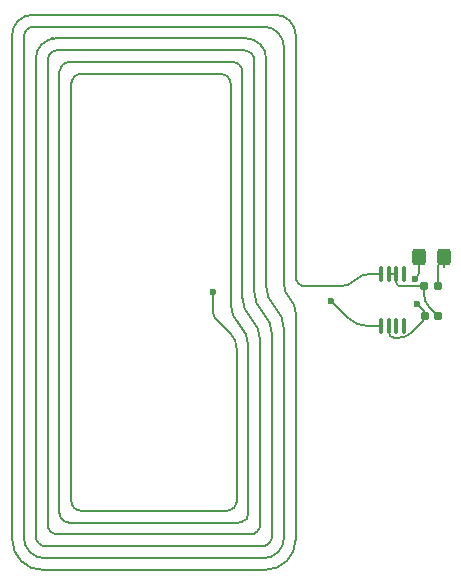
<source format=gbr>
%TF.GenerationSoftware,KiCad,Pcbnew,9.0.7*%
%TF.CreationDate,2026-02-17T11:17:13-06:00*%
%TF.ProjectId,nfc-card,6e66632d-6361-4726-942e-6b696361645f,rev?*%
%TF.SameCoordinates,Original*%
%TF.FileFunction,Copper,L1,Top*%
%TF.FilePolarity,Positive*%
%FSLAX46Y46*%
G04 Gerber Fmt 4.6, Leading zero omitted, Abs format (unit mm)*
G04 Created by KiCad (PCBNEW 9.0.7) date 2026-02-17 11:17:13*
%MOMM*%
%LPD*%
G01*
G04 APERTURE LIST*
G04 Aperture macros list*
%AMRoundRect*
0 Rectangle with rounded corners*
0 $1 Rounding radius*
0 $2 $3 $4 $5 $6 $7 $8 $9 X,Y pos of 4 corners*
0 Add a 4 corners polygon primitive as box body*
4,1,4,$2,$3,$4,$5,$6,$7,$8,$9,$2,$3,0*
0 Add four circle primitives for the rounded corners*
1,1,$1+$1,$2,$3*
1,1,$1+$1,$4,$5*
1,1,$1+$1,$6,$7*
1,1,$1+$1,$8,$9*
0 Add four rect primitives between the rounded corners*
20,1,$1+$1,$2,$3,$4,$5,0*
20,1,$1+$1,$4,$5,$6,$7,0*
20,1,$1+$1,$6,$7,$8,$9,0*
20,1,$1+$1,$8,$9,$2,$3,0*%
G04 Aperture macros list end*
%TA.AperFunction,SMDPad,CuDef*%
%ADD10O,0.370000X1.350000*%
%TD*%
%TA.AperFunction,SMDPad,CuDef*%
%ADD11RoundRect,0.160000X0.197500X0.160000X-0.197500X0.160000X-0.197500X-0.160000X0.197500X-0.160000X0*%
%TD*%
%TA.AperFunction,SMDPad,CuDef*%
%ADD12RoundRect,0.250000X-0.325000X-0.450000X0.325000X-0.450000X0.325000X0.450000X-0.325000X0.450000X0*%
%TD*%
%TA.AperFunction,SMDPad,CuDef*%
%ADD13RoundRect,0.155000X-0.212500X-0.155000X0.212500X-0.155000X0.212500X0.155000X-0.212500X0.155000X0*%
%TD*%
%TA.AperFunction,ViaPad*%
%ADD14C,0.600000*%
%TD*%
%TA.AperFunction,Conductor*%
%ADD15C,0.200000*%
%TD*%
G04 APERTURE END LIST*
D10*
%TO.P,U1,1,LA*%
%TO.N,Net-(U1-LA)*%
X107712500Y-59870000D03*
%TO.P,U1,2,VSS*%
%TO.N,Net-(D1-K)*%
X108372500Y-59870000D03*
%TO.P,U1,3,SCL*%
%TO.N,unconnected-(U1-SCL-Pad3)*%
X109022500Y-59870000D03*
%TO.P,U1,4,FD*%
%TO.N,unconnected-(U1-FD-Pad4)*%
X109672500Y-59870000D03*
%TO.P,U1,8,LB*%
%TO.N,Net-(U1-LA)*%
X107712500Y-55430000D03*
%TO.P,U1,7,VOUT*%
%TO.N,Net-(U1-VCC)*%
X108372500Y-55430000D03*
%TO.P,U1,6,VCC*%
X109022500Y-55430000D03*
%TO.P,U1,5,SDA*%
%TO.N,unconnected-(U1-SDA-Pad5)*%
X109672500Y-55430000D03*
%TD*%
D11*
%TO.P,R1,1*%
%TO.N,Net-(D1-A)*%
X112550000Y-56500000D03*
%TO.P,R1,2*%
%TO.N,Net-(U1-VCC)*%
X111355000Y-56500000D03*
%TD*%
D12*
%TO.P,D1,1,K*%
%TO.N,Net-(D1-K)*%
X110975000Y-54000000D03*
%TO.P,D1,2,A*%
%TO.N,Net-(D1-A)*%
X113025000Y-54000000D03*
%TD*%
D13*
%TO.P,C1,1*%
%TO.N,Net-(D1-K)*%
X111432500Y-59000000D03*
%TO.P,C1,2*%
%TO.N,Net-(U1-VCC)*%
X112567500Y-59000000D03*
%TD*%
D14*
%TO.N,Net-(D1-K)*%
X110593753Y-55900000D03*
X110794668Y-58002042D03*
%TO.N,Net-(U1-LA)*%
X93500000Y-57000000D03*
X103500000Y-57750000D03*
%TD*%
D15*
%TO.N,Net-(U1-LA)*%
X96499989Y-75786606D02*
G75*
G02*
X96349103Y-76150885I-515189J6D01*
G01*
X97749999Y-58749999D02*
G75*
G02*
X98500016Y-60560660I-1810699J-1810701D01*
G01*
X98750000Y-58249999D02*
G75*
G02*
X99500017Y-60060660I-1810700J-1810701D01*
G01*
X106826604Y-55429999D02*
G75*
G03*
X105534998Y-55964998I-4J-1826601D01*
G01*
X97792891Y-79499999D02*
G75*
G03*
X99000001Y-79000001I9J1707099D01*
G01*
X79676775Y-36823224D02*
G75*
G03*
X79499984Y-37250000I426725J-426776D01*
G01*
X97499987Y-76646445D02*
G75*
G02*
X97249977Y-77249977I-853587J45D01*
G01*
X79823228Y-77323214D02*
G75*
G03*
X80250003Y-77499976I426772J426814D01*
G01*
X82353548Y-38499979D02*
G75*
G03*
X81749973Y-38749966I-48J-853521D01*
G01*
X81353552Y-37500000D02*
G75*
G03*
X80750014Y-37750014I48J-853600D01*
G01*
X100000000Y-33999999D02*
G75*
G03*
X98792891Y-33500002I-1207100J-1207101D01*
G01*
X104880189Y-59130189D02*
G75*
G03*
X106666250Y-59870027I1786111J1786089D01*
G01*
X80695083Y-37804917D02*
G75*
G03*
X80499976Y-38275887I470917J-470983D01*
G01*
X78000000Y-78999999D02*
G75*
G03*
X79207106Y-79499996I1207100J1207099D01*
G01*
X78999999Y-35999999D02*
G75*
G03*
X78500001Y-37207106I1207101J-1207101D01*
G01*
X99000000Y-34999999D02*
G75*
G03*
X97792891Y-34500002I-1207100J-1207101D01*
G01*
X98249987Y-78249985D02*
G75*
G02*
X97646444Y-78500000I-603587J603585D01*
G01*
X99000000Y-34999999D02*
G75*
G02*
X99499998Y-36207106I-1207100J-1207101D01*
G01*
X77250003Y-79749991D02*
G75*
G03*
X79060663Y-80500008I1810697J1810691D01*
G01*
X99499999Y-77792891D02*
G75*
G02*
X99000001Y-79000001I-1707099J-9D01*
G01*
X95749989Y-37750004D02*
G75*
G02*
X96000009Y-38353557I-603589J-603596D01*
G01*
X76500000Y-77939342D02*
G75*
G03*
X77250029Y-79749965I2560600J42D01*
G01*
X80207108Y-35500000D02*
G75*
G03*
X78999998Y-35999998I-8J-1707100D01*
G01*
X100500000Y-55646449D02*
G75*
G03*
X100750031Y-56249962I853500J49D01*
G01*
X100750004Y-56249989D02*
G75*
G03*
X101353557Y-56500009I603596J603589D01*
G01*
X95000015Y-57939338D02*
G75*
G03*
X95750022Y-59749977I2560685J38D01*
G01*
X80750000Y-76249999D02*
G75*
G03*
X81353553Y-76500019I603600J603599D01*
G01*
X94749992Y-38749996D02*
G75*
G02*
X95000016Y-39353560I-603592J-603604D01*
G01*
X81749993Y-75249994D02*
G75*
G03*
X82353562Y-75500020I603607J603594D01*
G01*
X78353552Y-34500000D02*
G75*
G03*
X77750014Y-34750014I48J-853600D01*
G01*
X100000001Y-57499999D02*
G75*
G02*
X100499999Y-58707106I-1207101J-1207101D01*
G01*
X99500000Y-56292891D02*
G75*
G03*
X99999998Y-57500002I1707100J-9D01*
G01*
X100000000Y-33999999D02*
G75*
G02*
X100499998Y-35207106I-1207100J-1207101D01*
G01*
X97499999Y-36000000D02*
G75*
G03*
X96292892Y-35500004I-1207099J-1207100D01*
G01*
X95750000Y-59749999D02*
G75*
G02*
X96500017Y-61560660I-1810700J-1810701D01*
G01*
X77750000Y-34750000D02*
G75*
G03*
X77499981Y-35353552I603600J-603600D01*
G01*
X96749989Y-36750004D02*
G75*
G02*
X97000009Y-37353557I-603589J-603596D01*
G01*
X81749996Y-38749989D02*
G75*
G03*
X81499970Y-39353557I603604J-603611D01*
G01*
X80500000Y-75646445D02*
G75*
G03*
X80750034Y-76249965I853500J45D01*
G01*
X78749989Y-78250003D02*
G75*
G03*
X79353557Y-78500029I603611J603603D01*
G01*
X97499999Y-36000000D02*
G75*
G02*
X97999996Y-37207106I-1207099J-1207100D01*
G01*
X79500000Y-76646448D02*
G75*
G03*
X79749982Y-77250013I853500J-52D01*
G01*
X96999998Y-56939338D02*
G75*
G03*
X97750009Y-58749989I2560702J38D01*
G01*
X95249995Y-75249989D02*
G75*
G02*
X94646441Y-75500008I-603595J603589D01*
G01*
X96000008Y-57439335D02*
G75*
G03*
X96750019Y-59249985I2560692J35D01*
G01*
X95500000Y-74749999D02*
G75*
G02*
X95323213Y-75176765I-603500J-1D01*
G01*
X95749989Y-37750004D02*
G75*
G03*
X95146449Y-37499962I-603589J-603496D01*
G01*
X78207106Y-33500000D02*
G75*
G03*
X76999998Y-33999998I-6J-1707100D01*
G01*
X94999991Y-60500003D02*
G75*
G02*
X95499989Y-61707110I-1207091J-1207097D01*
G01*
X94676774Y-38676771D02*
G75*
G03*
X94249999Y-38499982I-426774J-426729D01*
G01*
X77000000Y-34000000D02*
G75*
G03*
X76500003Y-35207106I1207100J-1207100D01*
G01*
X97939341Y-80499999D02*
G75*
G03*
X99749964Y-79749969I-41J2560599D01*
G01*
X96739268Y-36739282D02*
G75*
G03*
X96161611Y-36499989I-577668J-577618D01*
G01*
X93500000Y-58646445D02*
G75*
G03*
X93750034Y-59249965I853500J45D01*
G01*
X98499992Y-77749996D02*
G75*
G02*
X98323226Y-78176782I-603592J-4D01*
G01*
X78499978Y-77646450D02*
G75*
G03*
X78749965Y-78250027I853522J-50D01*
G01*
X77500000Y-77792892D02*
G75*
G03*
X77999998Y-79000001I1707100J-8D01*
G01*
X79750000Y-35500000D02*
X79750000Y-35500000D01*
X80353554Y-36499999D02*
G75*
G03*
X79750034Y-36750034I46J-853501D01*
G01*
X81499978Y-74646453D02*
G75*
G03*
X81749962Y-75250025I853522J-47D01*
G01*
X98000016Y-56439338D02*
G75*
G03*
X98750022Y-58249977I2560684J38D01*
G01*
X95646449Y-76499999D02*
G75*
G03*
X96249962Y-76249968I-49J853499D01*
G01*
X105534999Y-55964999D02*
G75*
G02*
X104243394Y-56499997I-1291599J1291599D01*
G01*
X97249985Y-77249985D02*
G75*
G02*
X96646445Y-77499998I-603585J603585D01*
G01*
X96750008Y-59249996D02*
G75*
G02*
X97500025Y-61060656I-1810708J-1810704D01*
G01*
X100499984Y-77939334D02*
G75*
G02*
X99749975Y-79749980I-2560684J34D01*
G01*
X95499999Y-73750000D02*
X95500000Y-74250000D01*
X93750000Y-59249999D02*
X94250000Y-59750000D01*
X96146446Y-36500000D02*
X95500000Y-36500000D01*
X79500000Y-37250000D02*
X79500000Y-37750000D01*
X96499999Y-73500000D02*
X96500000Y-74500000D01*
X80500000Y-40250000D02*
X80500000Y-41750000D01*
X81249999Y-77499999D02*
X80749997Y-77500000D01*
X96000000Y-53022523D02*
X96000000Y-54067569D01*
X80500000Y-38353552D02*
X80500000Y-38749999D01*
X97499999Y-69500000D02*
X97500000Y-72500000D01*
X96500000Y-75353554D02*
X96500000Y-75500000D01*
X98500000Y-77250000D02*
X98499992Y-77749996D01*
X97500000Y-75609838D02*
X97499990Y-76536607D01*
X96500000Y-74786611D02*
X96500000Y-75213388D01*
X100500000Y-61656856D02*
X100499998Y-64606605D01*
X80500000Y-39224111D02*
X80500000Y-39775888D01*
X95999995Y-45470568D02*
X96000000Y-50156855D01*
X94250000Y-59750000D02*
X94749996Y-60250003D01*
X94838388Y-36500000D02*
X94161611Y-36500000D01*
X97500000Y-73536611D02*
X97500000Y-74463388D01*
X93250000Y-38499999D02*
X93750000Y-38500000D01*
X95500000Y-36500000D02*
X94853554Y-36500000D01*
X80250003Y-77499993D02*
X80749997Y-77500000D01*
X96500000Y-75500000D02*
X96499996Y-75646445D01*
X95500000Y-74250000D02*
X95500000Y-74749999D01*
X103292893Y-56500000D02*
X102323223Y-56500000D01*
X79500000Y-37750000D02*
X79500000Y-38250000D01*
X80500000Y-38749999D02*
X80500000Y-39146446D01*
X98499999Y-76750000D02*
X98500000Y-77250000D01*
X96000000Y-51977477D02*
X96000000Y-53022523D01*
X91500000Y-36499999D02*
X93500000Y-36500000D01*
X97500000Y-74463388D02*
X97500000Y-75390165D01*
X96000000Y-54961865D02*
X96000008Y-57320616D01*
X94249999Y-38499992D02*
X93750000Y-38500000D01*
X101419198Y-56499990D02*
X102257578Y-56500000D01*
X100500001Y-59090990D02*
X100500000Y-61272972D01*
%TO.N,Net-(D1-A)*%
X112787470Y-54237572D02*
G75*
G03*
X112550002Y-54810802I573130J-573228D01*
G01*
X113024963Y-54335946D02*
G75*
G03*
X112787446Y-54237548I-139163J-54D01*
G01*
%TO.N,Net-(U1-VCC)*%
X109120003Y-56402498D02*
G75*
G03*
X109355384Y-56500002I235397J235398D01*
G01*
X111354990Y-57143753D02*
G75*
G03*
X111810174Y-58242717I1554110J-47D01*
G01*
X109022505Y-56167112D02*
G75*
G03*
X109120008Y-56402493I332895J12D01*
G01*
%TO.N,Net-(D1-K)*%
X108509251Y-60709248D02*
G75*
G03*
X108839392Y-60846000I330149J330148D01*
G01*
X108372502Y-60379105D02*
G75*
G03*
X108509253Y-60709246I466898J5D01*
G01*
X110307906Y-60411907D02*
G75*
G02*
X109259903Y-60846005I-1048006J1048007D01*
G01*
X111432508Y-59071830D02*
G75*
G02*
X111280174Y-59439711I-520208J-70D01*
G01*
X110975009Y-55249171D02*
G75*
G02*
X110784393Y-55709389I-650809J-29D01*
G01*
X111355959Y-58563344D02*
G75*
G02*
X111432487Y-58748112I-184759J-184756D01*
G01*
X111432496Y-58748112D02*
X111432504Y-58964579D01*
%TO.N,Net-(U1-LA)*%
X96749989Y-36750004D02*
X96739268Y-36739282D01*
X80750000Y-37750000D02*
X80695083Y-37804917D01*
X96349098Y-76150880D02*
X96249989Y-76249995D01*
X106666250Y-59870000D02*
X107712500Y-59870000D01*
X104880189Y-59130189D02*
X103500000Y-57750000D01*
X97500000Y-75609838D02*
X97500000Y-75390165D01*
X94161611Y-36500000D02*
X93500000Y-36500000D01*
X100500000Y-61656856D02*
X100500000Y-61272972D01*
X96000000Y-50156855D02*
X96000000Y-51977477D01*
X97500000Y-72500000D02*
X97500000Y-73536611D01*
X96500000Y-74500000D02*
X96500000Y-74786611D01*
X80500000Y-40250000D02*
X80500000Y-39775888D01*
X96000000Y-54067569D02*
X96000000Y-54961865D01*
X102323223Y-56500000D02*
X102257578Y-56500000D01*
%TO.N,Net-(D1-K)*%
X111432508Y-59071830D02*
X111432504Y-58964579D01*
%TO.N,Net-(U1-LA)*%
X103292893Y-56500000D02*
X104243394Y-56500000D01*
X106826604Y-55429999D02*
X107712500Y-55430000D01*
X101353557Y-56499988D02*
X101419198Y-56499990D01*
X79060663Y-80499983D02*
X97939341Y-80499999D01*
X98792891Y-33500000D02*
X78207106Y-33500000D01*
X97792891Y-34500000D02*
X78353552Y-34500000D01*
X100500000Y-55646449D02*
X100500001Y-35207106D01*
X77500000Y-35353552D02*
X77500000Y-77792892D01*
X76500000Y-77939342D02*
X76500000Y-35207106D01*
X99499983Y-60060660D02*
X99499999Y-77792891D01*
X100499998Y-64606605D02*
X100499984Y-77939334D01*
X100500001Y-58707106D02*
X100500001Y-59090990D01*
X99500001Y-36207106D02*
X99500000Y-56292891D01*
X97792891Y-79499999D02*
X79207106Y-79499999D01*
X97999999Y-37207106D02*
X98000016Y-56439338D01*
X80207108Y-35500000D02*
X96292892Y-35500000D01*
%TO.N,Net-(D1-K)*%
X110593753Y-55900000D02*
X110784382Y-55709378D01*
X110794668Y-58002042D02*
X111355959Y-58563344D01*
X110975009Y-55249171D02*
X110975000Y-54000000D01*
%TO.N,Net-(U1-VCC)*%
X109022500Y-55430000D02*
X108372500Y-55430000D01*
X111355000Y-56500000D02*
X109355384Y-56499999D01*
X109022500Y-55430000D02*
X109022505Y-56167112D01*
X111355000Y-56500000D02*
X111354990Y-57143753D01*
X111810187Y-58242704D02*
X112567500Y-59000000D01*
%TO.N,Net-(D1-A)*%
X112550000Y-54810802D02*
X112550000Y-56500000D01*
X113024963Y-54335946D02*
X113025000Y-54830000D01*
%TO.N,Net-(D1-K)*%
X110307906Y-60411907D02*
X111280147Y-59439684D01*
X108839392Y-60845999D02*
X109259903Y-60845999D01*
X108372502Y-60379105D02*
X108372500Y-59870000D01*
%TO.N,Net-(U1-LA)*%
X81249999Y-77499999D02*
X96646445Y-77499980D01*
X93500000Y-57000000D02*
X93500000Y-58646445D01*
X96499989Y-75786606D02*
X96499996Y-75646445D01*
X79500000Y-76646448D02*
X79500000Y-38250000D01*
X81353553Y-76499999D02*
X95646449Y-76499999D01*
X78499997Y-37207106D02*
X78499978Y-77646450D01*
X94838388Y-36500000D02*
X94853554Y-36500000D01*
X96999980Y-37353557D02*
X96999998Y-56939338D01*
X95000015Y-57939338D02*
X94999980Y-39353560D01*
X95499999Y-73750000D02*
X95499983Y-61707110D01*
X79823228Y-77323214D02*
X79750003Y-77249992D01*
X82353562Y-75499980D02*
X94646441Y-75499980D01*
X96146446Y-36500000D02*
X96161611Y-36500000D01*
X97646444Y-78499980D02*
X79353557Y-78499998D01*
X97499999Y-69500000D02*
X97499999Y-61060656D01*
X95999980Y-38353557D02*
X95999995Y-45470568D01*
X80500000Y-41750000D02*
X80500000Y-75646445D01*
X95249995Y-75249989D02*
X95323218Y-75176770D01*
X91500000Y-36499999D02*
X80353554Y-36499999D01*
X98249987Y-78249985D02*
X98323209Y-78176765D01*
X96500000Y-75353554D02*
X96500000Y-75213388D01*
X97499987Y-76646445D02*
X97499990Y-76536607D01*
X96000008Y-57439335D02*
X96000008Y-57320616D01*
X80500000Y-38275887D02*
X80500000Y-38353552D01*
X94749992Y-38749996D02*
X94676774Y-38676771D01*
X79750000Y-35500000D02*
X80000000Y-35500000D01*
X94749996Y-60250003D02*
X94999991Y-60500003D01*
X81353552Y-37500000D02*
X95146449Y-37500000D01*
X80500000Y-39224111D02*
X80500000Y-39146446D01*
X82353548Y-38499979D02*
X93250000Y-38499999D01*
X96499999Y-73500000D02*
X96499984Y-61560660D01*
X98499999Y-60560660D02*
X98499999Y-76750000D01*
X79676775Y-36823224D02*
X79750000Y-36750000D01*
X81500000Y-39353557D02*
X81499978Y-74646453D01*
%TD*%
M02*

</source>
